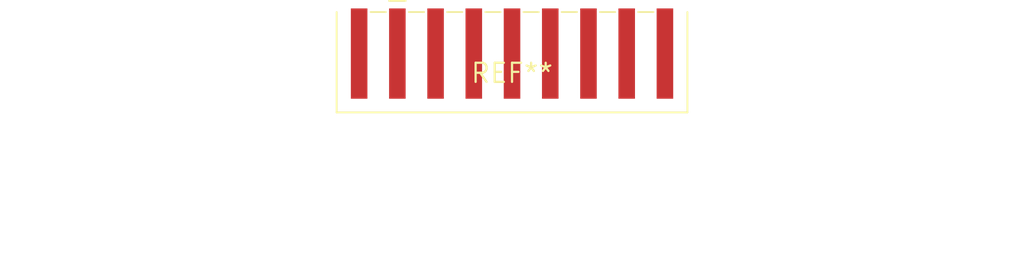
<source format=kicad_pcb>
(kicad_pcb (version 20240108) (generator pcbnew)
  (layers (0 "F.Cu" signal) (31 "B.Cu" signal) (34 "B.Paste" user) (35 "F.Paste" user) (36 "B.SilkS" user "B.Silkscreen") (37 "F.SilkS" user "F.Silkscreen") (38 "B.Mask" user) (39 "F.Mask" user) (44 "Edge.Cuts" user))
  (net 0 "")
  (footprint "Harting_har-flexicon_14110713010xxx_1x07-MP_P2.54mm_Horizontal" (layer "F.Cu") (at 0 0)
    (property "Reference" "REF**")
    (property "Value" "Harting_har-flexicon_14110713010xxx_1x07-MP_P2.54mm_Horizontal")
    (fp_line (start -11.655 -4.06) (end -11.655 2.61) (layer "F.SilkS") (stroke (width 0.12)))
    (fp_line (start -9.398 -4.06) (end -8.382 -4.06) (layer "F.SilkS") (stroke (width 0.12)))
    (fp_line (start -8.17 -4.8) (end -7.07 -4.8) (layer "F.SilkS") (stroke (width 0.12)))
    (fp_line (start -6.858 -4.06) (end -5.842 -4.06) (layer "F.SilkS") (stroke (width 0.12)))
    (fp_line (start -4.318 -4.06) (end -3.302 -4.06) (layer "F.SilkS") (stroke (width 0.12)))
    (fp_line (start -1.778 -4.06) (end -0.762 -4.06) (layer "F.SilkS") (stroke (width 0.12)))
    (fp_line (start 0.762 -4.06) (end 1.778 -4.06) (layer "F.SilkS") (stroke (width 0.12)))
    (fp_line (start 3.302 -4.06) (end 4.318 -4.06) (layer "F.SilkS") (stroke (width 0.12)))
    (fp_line (start 5.842 -4.06) (end 6.858 -4.06) (layer "F.SilkS") (stroke (width 0.12)))
    (fp_line (start 8.382 -4.06) (end 9.398 -4.06) (layer "F.SilkS") (stroke (width 0.12)))
    (fp_line (start 11.655 -4.06) (end 11.655 2.61) (layer "F.SilkS") (stroke (width 0.12)))
    (fp_line (start 11.655 2.61) (end -11.655 2.61) (layer "F.SilkS") (stroke (width 0.12)))
    (pad "1" smd rect (at -7.62 -1.3) (size 1.1 6) (layers "F.Cu" "F.Paste" "F.Mask"))
    (pad "2" smd rect (at -5.08 -1.3) (size 1.1 6) (layers "F.Cu" "F.Paste" "F.Mask"))
    (pad "3" smd rect (at -2.54 -1.3) (size 1.1 6) (layers "F.Cu" "F.Paste" "F.Mask"))
    (pad "4" smd rect (at 0 -1.3) (size 1.1 6) (layers "F.Cu" "F.Paste" "F.Mask"))
    (pad "5" smd rect (at 2.54 -1.3) (size 1.1 6) (layers "F.Cu" "F.Paste" "F.Mask"))
    (pad "6" smd rect (at 5.08 -1.3) (size 1.1 6) (layers "F.Cu" "F.Paste" "F.Mask"))
    (pad "7" smd rect (at 7.62 -1.3) (size 1.1 6) (layers "F.Cu" "F.Paste" "F.Mask"))
    (pad "MP" smd rect (at -10.16 -1.3) (size 1.1 6) (layers "F.Cu" "F.Paste" "F.Mask"))
    (pad "MP" smd rect (at 10.16 -1.3) (size 1.1 6) (layers "F.Cu" "F.Paste" "F.Mask"))
  )
)
</source>
